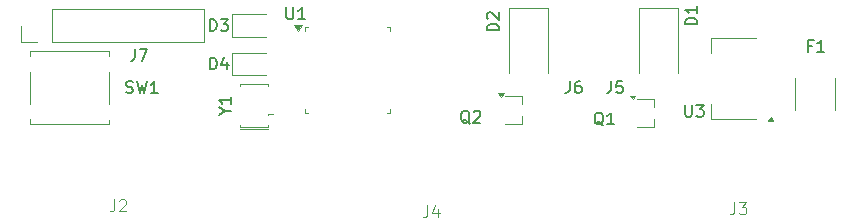
<source format=gbr>
%TF.GenerationSoftware,KiCad,Pcbnew,9.0.3*%
%TF.CreationDate,2025-12-06T16:05:57+01:00*%
%TF.ProjectId,arduinoController,61726475-696e-46f4-936f-6e74726f6c6c,rev?*%
%TF.SameCoordinates,Original*%
%TF.FileFunction,Legend,Top*%
%TF.FilePolarity,Positive*%
%FSLAX46Y46*%
G04 Gerber Fmt 4.6, Leading zero omitted, Abs format (unit mm)*
G04 Created by KiCad (PCBNEW 9.0.3) date 2025-12-06 16:05:57*
%MOMM*%
%LPD*%
G01*
G04 APERTURE LIST*
%ADD10C,0.100000*%
%ADD11C,0.150000*%
%ADD12C,0.120000*%
G04 APERTURE END LIST*
D10*
X174916666Y-96957419D02*
X174916666Y-97671704D01*
X174916666Y-97671704D02*
X174869047Y-97814561D01*
X174869047Y-97814561D02*
X174773809Y-97909800D01*
X174773809Y-97909800D02*
X174630952Y-97957419D01*
X174630952Y-97957419D02*
X174535714Y-97957419D01*
X175821428Y-97290752D02*
X175821428Y-97957419D01*
X175583333Y-96909800D02*
X175345238Y-97624085D01*
X175345238Y-97624085D02*
X175964285Y-97624085D01*
D11*
X190466666Y-86454819D02*
X190466666Y-87169104D01*
X190466666Y-87169104D02*
X190419047Y-87311961D01*
X190419047Y-87311961D02*
X190323809Y-87407200D01*
X190323809Y-87407200D02*
X190180952Y-87454819D01*
X190180952Y-87454819D02*
X190085714Y-87454819D01*
X191419047Y-86454819D02*
X190942857Y-86454819D01*
X190942857Y-86454819D02*
X190895238Y-86931009D01*
X190895238Y-86931009D02*
X190942857Y-86883390D01*
X190942857Y-86883390D02*
X191038095Y-86835771D01*
X191038095Y-86835771D02*
X191276190Y-86835771D01*
X191276190Y-86835771D02*
X191371428Y-86883390D01*
X191371428Y-86883390D02*
X191419047Y-86931009D01*
X191419047Y-86931009D02*
X191466666Y-87026247D01*
X191466666Y-87026247D02*
X191466666Y-87264342D01*
X191466666Y-87264342D02*
X191419047Y-87359580D01*
X191419047Y-87359580D02*
X191371428Y-87407200D01*
X191371428Y-87407200D02*
X191276190Y-87454819D01*
X191276190Y-87454819D02*
X191038095Y-87454819D01*
X191038095Y-87454819D02*
X190942857Y-87407200D01*
X190942857Y-87407200D02*
X190895238Y-87359580D01*
X180954819Y-82138094D02*
X179954819Y-82138094D01*
X179954819Y-82138094D02*
X179954819Y-81899999D01*
X179954819Y-81899999D02*
X180002438Y-81757142D01*
X180002438Y-81757142D02*
X180097676Y-81661904D01*
X180097676Y-81661904D02*
X180192914Y-81614285D01*
X180192914Y-81614285D02*
X180383390Y-81566666D01*
X180383390Y-81566666D02*
X180526247Y-81566666D01*
X180526247Y-81566666D02*
X180716723Y-81614285D01*
X180716723Y-81614285D02*
X180811961Y-81661904D01*
X180811961Y-81661904D02*
X180907200Y-81757142D01*
X180907200Y-81757142D02*
X180954819Y-81899999D01*
X180954819Y-81899999D02*
X180954819Y-82138094D01*
X180050057Y-81185713D02*
X180002438Y-81138094D01*
X180002438Y-81138094D02*
X179954819Y-81042856D01*
X179954819Y-81042856D02*
X179954819Y-80804761D01*
X179954819Y-80804761D02*
X180002438Y-80709523D01*
X180002438Y-80709523D02*
X180050057Y-80661904D01*
X180050057Y-80661904D02*
X180145295Y-80614285D01*
X180145295Y-80614285D02*
X180240533Y-80614285D01*
X180240533Y-80614285D02*
X180383390Y-80661904D01*
X180383390Y-80661904D02*
X180954819Y-81233332D01*
X180954819Y-81233332D02*
X180954819Y-80614285D01*
X189814761Y-90200057D02*
X189719523Y-90152438D01*
X189719523Y-90152438D02*
X189624285Y-90057200D01*
X189624285Y-90057200D02*
X189481428Y-89914342D01*
X189481428Y-89914342D02*
X189386190Y-89866723D01*
X189386190Y-89866723D02*
X189290952Y-89866723D01*
X189338571Y-90104819D02*
X189243333Y-90057200D01*
X189243333Y-90057200D02*
X189148095Y-89961961D01*
X189148095Y-89961961D02*
X189100476Y-89771485D01*
X189100476Y-89771485D02*
X189100476Y-89438152D01*
X189100476Y-89438152D02*
X189148095Y-89247676D01*
X189148095Y-89247676D02*
X189243333Y-89152438D01*
X189243333Y-89152438D02*
X189338571Y-89104819D01*
X189338571Y-89104819D02*
X189529047Y-89104819D01*
X189529047Y-89104819D02*
X189624285Y-89152438D01*
X189624285Y-89152438D02*
X189719523Y-89247676D01*
X189719523Y-89247676D02*
X189767142Y-89438152D01*
X189767142Y-89438152D02*
X189767142Y-89771485D01*
X189767142Y-89771485D02*
X189719523Y-89961961D01*
X189719523Y-89961961D02*
X189624285Y-90057200D01*
X189624285Y-90057200D02*
X189529047Y-90104819D01*
X189529047Y-90104819D02*
X189338571Y-90104819D01*
X190719523Y-90104819D02*
X190148095Y-90104819D01*
X190433809Y-90104819D02*
X190433809Y-89104819D01*
X190433809Y-89104819D02*
X190338571Y-89247676D01*
X190338571Y-89247676D02*
X190243333Y-89342914D01*
X190243333Y-89342914D02*
X190148095Y-89390533D01*
X186966666Y-86454819D02*
X186966666Y-87169104D01*
X186966666Y-87169104D02*
X186919047Y-87311961D01*
X186919047Y-87311961D02*
X186823809Y-87407200D01*
X186823809Y-87407200D02*
X186680952Y-87454819D01*
X186680952Y-87454819D02*
X186585714Y-87454819D01*
X187871428Y-86454819D02*
X187680952Y-86454819D01*
X187680952Y-86454819D02*
X187585714Y-86502438D01*
X187585714Y-86502438D02*
X187538095Y-86550057D01*
X187538095Y-86550057D02*
X187442857Y-86692914D01*
X187442857Y-86692914D02*
X187395238Y-86883390D01*
X187395238Y-86883390D02*
X187395238Y-87264342D01*
X187395238Y-87264342D02*
X187442857Y-87359580D01*
X187442857Y-87359580D02*
X187490476Y-87407200D01*
X187490476Y-87407200D02*
X187585714Y-87454819D01*
X187585714Y-87454819D02*
X187776190Y-87454819D01*
X187776190Y-87454819D02*
X187871428Y-87407200D01*
X187871428Y-87407200D02*
X187919047Y-87359580D01*
X187919047Y-87359580D02*
X187966666Y-87264342D01*
X187966666Y-87264342D02*
X187966666Y-87026247D01*
X187966666Y-87026247D02*
X187919047Y-86931009D01*
X187919047Y-86931009D02*
X187871428Y-86883390D01*
X187871428Y-86883390D02*
X187776190Y-86835771D01*
X187776190Y-86835771D02*
X187585714Y-86835771D01*
X187585714Y-86835771D02*
X187490476Y-86883390D01*
X187490476Y-86883390D02*
X187442857Y-86931009D01*
X187442857Y-86931009D02*
X187395238Y-87026247D01*
X197754819Y-81638094D02*
X196754819Y-81638094D01*
X196754819Y-81638094D02*
X196754819Y-81399999D01*
X196754819Y-81399999D02*
X196802438Y-81257142D01*
X196802438Y-81257142D02*
X196897676Y-81161904D01*
X196897676Y-81161904D02*
X196992914Y-81114285D01*
X196992914Y-81114285D02*
X197183390Y-81066666D01*
X197183390Y-81066666D02*
X197326247Y-81066666D01*
X197326247Y-81066666D02*
X197516723Y-81114285D01*
X197516723Y-81114285D02*
X197611961Y-81161904D01*
X197611961Y-81161904D02*
X197707200Y-81257142D01*
X197707200Y-81257142D02*
X197754819Y-81399999D01*
X197754819Y-81399999D02*
X197754819Y-81638094D01*
X197754819Y-80114285D02*
X197754819Y-80685713D01*
X197754819Y-80399999D02*
X196754819Y-80399999D01*
X196754819Y-80399999D02*
X196897676Y-80495237D01*
X196897676Y-80495237D02*
X196992914Y-80590475D01*
X196992914Y-80590475D02*
X197040533Y-80685713D01*
X156511905Y-85454819D02*
X156511905Y-84454819D01*
X156511905Y-84454819D02*
X156750000Y-84454819D01*
X156750000Y-84454819D02*
X156892857Y-84502438D01*
X156892857Y-84502438D02*
X156988095Y-84597676D01*
X156988095Y-84597676D02*
X157035714Y-84692914D01*
X157035714Y-84692914D02*
X157083333Y-84883390D01*
X157083333Y-84883390D02*
X157083333Y-85026247D01*
X157083333Y-85026247D02*
X157035714Y-85216723D01*
X157035714Y-85216723D02*
X156988095Y-85311961D01*
X156988095Y-85311961D02*
X156892857Y-85407200D01*
X156892857Y-85407200D02*
X156750000Y-85454819D01*
X156750000Y-85454819D02*
X156511905Y-85454819D01*
X157940476Y-84788152D02*
X157940476Y-85454819D01*
X157702381Y-84407200D02*
X157464286Y-85121485D01*
X157464286Y-85121485D02*
X158083333Y-85121485D01*
D10*
X148416666Y-96457419D02*
X148416666Y-97171704D01*
X148416666Y-97171704D02*
X148369047Y-97314561D01*
X148369047Y-97314561D02*
X148273809Y-97409800D01*
X148273809Y-97409800D02*
X148130952Y-97457419D01*
X148130952Y-97457419D02*
X148035714Y-97457419D01*
X148845238Y-96552657D02*
X148892857Y-96505038D01*
X148892857Y-96505038D02*
X148988095Y-96457419D01*
X148988095Y-96457419D02*
X149226190Y-96457419D01*
X149226190Y-96457419D02*
X149321428Y-96505038D01*
X149321428Y-96505038D02*
X149369047Y-96552657D01*
X149369047Y-96552657D02*
X149416666Y-96647895D01*
X149416666Y-96647895D02*
X149416666Y-96743133D01*
X149416666Y-96743133D02*
X149369047Y-96885990D01*
X149369047Y-96885990D02*
X148797619Y-97457419D01*
X148797619Y-97457419D02*
X149416666Y-97457419D01*
D11*
X178494761Y-90050057D02*
X178399523Y-90002438D01*
X178399523Y-90002438D02*
X178304285Y-89907200D01*
X178304285Y-89907200D02*
X178161428Y-89764342D01*
X178161428Y-89764342D02*
X178066190Y-89716723D01*
X178066190Y-89716723D02*
X177970952Y-89716723D01*
X178018571Y-89954819D02*
X177923333Y-89907200D01*
X177923333Y-89907200D02*
X177828095Y-89811961D01*
X177828095Y-89811961D02*
X177780476Y-89621485D01*
X177780476Y-89621485D02*
X177780476Y-89288152D01*
X177780476Y-89288152D02*
X177828095Y-89097676D01*
X177828095Y-89097676D02*
X177923333Y-89002438D01*
X177923333Y-89002438D02*
X178018571Y-88954819D01*
X178018571Y-88954819D02*
X178209047Y-88954819D01*
X178209047Y-88954819D02*
X178304285Y-89002438D01*
X178304285Y-89002438D02*
X178399523Y-89097676D01*
X178399523Y-89097676D02*
X178447142Y-89288152D01*
X178447142Y-89288152D02*
X178447142Y-89621485D01*
X178447142Y-89621485D02*
X178399523Y-89811961D01*
X178399523Y-89811961D02*
X178304285Y-89907200D01*
X178304285Y-89907200D02*
X178209047Y-89954819D01*
X178209047Y-89954819D02*
X178018571Y-89954819D01*
X178828095Y-89050057D02*
X178875714Y-89002438D01*
X178875714Y-89002438D02*
X178970952Y-88954819D01*
X178970952Y-88954819D02*
X179209047Y-88954819D01*
X179209047Y-88954819D02*
X179304285Y-89002438D01*
X179304285Y-89002438D02*
X179351904Y-89050057D01*
X179351904Y-89050057D02*
X179399523Y-89145295D01*
X179399523Y-89145295D02*
X179399523Y-89240533D01*
X179399523Y-89240533D02*
X179351904Y-89383390D01*
X179351904Y-89383390D02*
X178780476Y-89954819D01*
X178780476Y-89954819D02*
X179399523Y-89954819D01*
X149416667Y-87407200D02*
X149559524Y-87454819D01*
X149559524Y-87454819D02*
X149797619Y-87454819D01*
X149797619Y-87454819D02*
X149892857Y-87407200D01*
X149892857Y-87407200D02*
X149940476Y-87359580D01*
X149940476Y-87359580D02*
X149988095Y-87264342D01*
X149988095Y-87264342D02*
X149988095Y-87169104D01*
X149988095Y-87169104D02*
X149940476Y-87073866D01*
X149940476Y-87073866D02*
X149892857Y-87026247D01*
X149892857Y-87026247D02*
X149797619Y-86978628D01*
X149797619Y-86978628D02*
X149607143Y-86931009D01*
X149607143Y-86931009D02*
X149511905Y-86883390D01*
X149511905Y-86883390D02*
X149464286Y-86835771D01*
X149464286Y-86835771D02*
X149416667Y-86740533D01*
X149416667Y-86740533D02*
X149416667Y-86645295D01*
X149416667Y-86645295D02*
X149464286Y-86550057D01*
X149464286Y-86550057D02*
X149511905Y-86502438D01*
X149511905Y-86502438D02*
X149607143Y-86454819D01*
X149607143Y-86454819D02*
X149845238Y-86454819D01*
X149845238Y-86454819D02*
X149988095Y-86502438D01*
X150321429Y-86454819D02*
X150559524Y-87454819D01*
X150559524Y-87454819D02*
X150750000Y-86740533D01*
X150750000Y-86740533D02*
X150940476Y-87454819D01*
X150940476Y-87454819D02*
X151178572Y-86454819D01*
X152083333Y-87454819D02*
X151511905Y-87454819D01*
X151797619Y-87454819D02*
X151797619Y-86454819D01*
X151797619Y-86454819D02*
X151702381Y-86597676D01*
X151702381Y-86597676D02*
X151607143Y-86692914D01*
X151607143Y-86692914D02*
X151511905Y-86740533D01*
X157778628Y-88976190D02*
X158254819Y-88976190D01*
X157254819Y-89309523D02*
X157778628Y-88976190D01*
X157778628Y-88976190D02*
X157254819Y-88642857D01*
X158254819Y-87785714D02*
X158254819Y-88357142D01*
X158254819Y-88071428D02*
X157254819Y-88071428D01*
X157254819Y-88071428D02*
X157397676Y-88166666D01*
X157397676Y-88166666D02*
X157492914Y-88261904D01*
X157492914Y-88261904D02*
X157540533Y-88357142D01*
X207466666Y-83431009D02*
X207133333Y-83431009D01*
X207133333Y-83954819D02*
X207133333Y-82954819D01*
X207133333Y-82954819D02*
X207609523Y-82954819D01*
X208514285Y-83954819D02*
X207942857Y-83954819D01*
X208228571Y-83954819D02*
X208228571Y-82954819D01*
X208228571Y-82954819D02*
X208133333Y-83097676D01*
X208133333Y-83097676D02*
X208038095Y-83192914D01*
X208038095Y-83192914D02*
X207942857Y-83240533D01*
X162988095Y-80204819D02*
X162988095Y-81014342D01*
X162988095Y-81014342D02*
X163035714Y-81109580D01*
X163035714Y-81109580D02*
X163083333Y-81157200D01*
X163083333Y-81157200D02*
X163178571Y-81204819D01*
X163178571Y-81204819D02*
X163369047Y-81204819D01*
X163369047Y-81204819D02*
X163464285Y-81157200D01*
X163464285Y-81157200D02*
X163511904Y-81109580D01*
X163511904Y-81109580D02*
X163559523Y-81014342D01*
X163559523Y-81014342D02*
X163559523Y-80204819D01*
X164559523Y-81204819D02*
X163988095Y-81204819D01*
X164273809Y-81204819D02*
X164273809Y-80204819D01*
X164273809Y-80204819D02*
X164178571Y-80347676D01*
X164178571Y-80347676D02*
X164083333Y-80442914D01*
X164083333Y-80442914D02*
X163988095Y-80490533D01*
X150166666Y-83704819D02*
X150166666Y-84419104D01*
X150166666Y-84419104D02*
X150119047Y-84561961D01*
X150119047Y-84561961D02*
X150023809Y-84657200D01*
X150023809Y-84657200D02*
X149880952Y-84704819D01*
X149880952Y-84704819D02*
X149785714Y-84704819D01*
X150547619Y-83704819D02*
X151214285Y-83704819D01*
X151214285Y-83704819D02*
X150785714Y-84704819D01*
X156511905Y-82204819D02*
X156511905Y-81204819D01*
X156511905Y-81204819D02*
X156750000Y-81204819D01*
X156750000Y-81204819D02*
X156892857Y-81252438D01*
X156892857Y-81252438D02*
X156988095Y-81347676D01*
X156988095Y-81347676D02*
X157035714Y-81442914D01*
X157035714Y-81442914D02*
X157083333Y-81633390D01*
X157083333Y-81633390D02*
X157083333Y-81776247D01*
X157083333Y-81776247D02*
X157035714Y-81966723D01*
X157035714Y-81966723D02*
X156988095Y-82061961D01*
X156988095Y-82061961D02*
X156892857Y-82157200D01*
X156892857Y-82157200D02*
X156750000Y-82204819D01*
X156750000Y-82204819D02*
X156511905Y-82204819D01*
X157416667Y-81204819D02*
X158035714Y-81204819D01*
X158035714Y-81204819D02*
X157702381Y-81585771D01*
X157702381Y-81585771D02*
X157845238Y-81585771D01*
X157845238Y-81585771D02*
X157940476Y-81633390D01*
X157940476Y-81633390D02*
X157988095Y-81681009D01*
X157988095Y-81681009D02*
X158035714Y-81776247D01*
X158035714Y-81776247D02*
X158035714Y-82014342D01*
X158035714Y-82014342D02*
X157988095Y-82109580D01*
X157988095Y-82109580D02*
X157940476Y-82157200D01*
X157940476Y-82157200D02*
X157845238Y-82204819D01*
X157845238Y-82204819D02*
X157559524Y-82204819D01*
X157559524Y-82204819D02*
X157464286Y-82157200D01*
X157464286Y-82157200D02*
X157416667Y-82109580D01*
X196738095Y-88454819D02*
X196738095Y-89264342D01*
X196738095Y-89264342D02*
X196785714Y-89359580D01*
X196785714Y-89359580D02*
X196833333Y-89407200D01*
X196833333Y-89407200D02*
X196928571Y-89454819D01*
X196928571Y-89454819D02*
X197119047Y-89454819D01*
X197119047Y-89454819D02*
X197214285Y-89407200D01*
X197214285Y-89407200D02*
X197261904Y-89359580D01*
X197261904Y-89359580D02*
X197309523Y-89264342D01*
X197309523Y-89264342D02*
X197309523Y-88454819D01*
X197690476Y-88454819D02*
X198309523Y-88454819D01*
X198309523Y-88454819D02*
X197976190Y-88835771D01*
X197976190Y-88835771D02*
X198119047Y-88835771D01*
X198119047Y-88835771D02*
X198214285Y-88883390D01*
X198214285Y-88883390D02*
X198261904Y-88931009D01*
X198261904Y-88931009D02*
X198309523Y-89026247D01*
X198309523Y-89026247D02*
X198309523Y-89264342D01*
X198309523Y-89264342D02*
X198261904Y-89359580D01*
X198261904Y-89359580D02*
X198214285Y-89407200D01*
X198214285Y-89407200D02*
X198119047Y-89454819D01*
X198119047Y-89454819D02*
X197833333Y-89454819D01*
X197833333Y-89454819D02*
X197738095Y-89407200D01*
X197738095Y-89407200D02*
X197690476Y-89359580D01*
D10*
X200916666Y-96707419D02*
X200916666Y-97421704D01*
X200916666Y-97421704D02*
X200869047Y-97564561D01*
X200869047Y-97564561D02*
X200773809Y-97659800D01*
X200773809Y-97659800D02*
X200630952Y-97707419D01*
X200630952Y-97707419D02*
X200535714Y-97707419D01*
X201297619Y-96707419D02*
X201916666Y-96707419D01*
X201916666Y-96707419D02*
X201583333Y-97088371D01*
X201583333Y-97088371D02*
X201726190Y-97088371D01*
X201726190Y-97088371D02*
X201821428Y-97135990D01*
X201821428Y-97135990D02*
X201869047Y-97183609D01*
X201869047Y-97183609D02*
X201916666Y-97278847D01*
X201916666Y-97278847D02*
X201916666Y-97516942D01*
X201916666Y-97516942D02*
X201869047Y-97612180D01*
X201869047Y-97612180D02*
X201821428Y-97659800D01*
X201821428Y-97659800D02*
X201726190Y-97707419D01*
X201726190Y-97707419D02*
X201440476Y-97707419D01*
X201440476Y-97707419D02*
X201345238Y-97659800D01*
X201345238Y-97659800D02*
X201297619Y-97612180D01*
D12*
%TO.C,D2*%
X185150000Y-80240000D02*
X181850000Y-80240000D01*
X185150000Y-80240000D02*
X185150000Y-85750000D01*
X181850000Y-80240000D02*
X181850000Y-85750000D01*
%TO.C,Q1*%
X192285000Y-88000000D02*
X192045000Y-87670000D01*
X192525000Y-87670000D01*
X192285000Y-88000000D01*
G36*
X192285000Y-88000000D02*
G01*
X192045000Y-87670000D01*
X192525000Y-87670000D01*
X192285000Y-88000000D01*
G37*
X194065000Y-89650000D02*
X194065000Y-90310000D01*
X194065000Y-87980000D02*
X194065000Y-88650000D01*
X192655000Y-90310000D02*
X194065000Y-90310000D01*
X192655000Y-87980000D02*
X194065000Y-87980000D01*
%TO.C,D1*%
X192850000Y-80240000D02*
X192850000Y-85750000D01*
X196150000Y-80240000D02*
X196150000Y-85750000D01*
X196150000Y-80240000D02*
X192850000Y-80240000D01*
%TO.C,D4*%
X158365000Y-84040000D02*
X158365000Y-85960000D01*
X158365000Y-85960000D02*
X161225000Y-85960000D01*
X161225000Y-84040000D02*
X158365000Y-84040000D01*
%TO.C,Q2*%
X182905000Y-89400000D02*
X182905000Y-90060000D01*
X182905000Y-87730000D02*
X182905000Y-88400000D01*
X181495000Y-90060000D02*
X182905000Y-90060000D01*
X181495000Y-87730000D02*
X182905000Y-87730000D01*
X181125000Y-87750000D02*
X180885000Y-87420000D01*
X181365000Y-87420000D01*
X181125000Y-87750000D01*
G36*
X181125000Y-87750000D02*
G01*
X180885000Y-87420000D01*
X181365000Y-87420000D01*
X181125000Y-87750000D01*
G37*
%TO.C,SW1*%
X141280000Y-83900000D02*
X147980000Y-83900000D01*
X141280000Y-84350000D02*
X141280000Y-83900000D01*
X141280000Y-88350000D02*
X141280000Y-85650000D01*
X141280000Y-89650000D02*
X141280000Y-90100000D01*
X141280000Y-90100000D02*
X147980000Y-90100000D01*
X147980000Y-83900000D02*
X147980000Y-84350000D01*
X147980000Y-85650000D02*
X147980000Y-88350000D01*
X147980000Y-90100000D02*
X147980000Y-89700000D01*
%TO.C,Y1*%
X159050000Y-86700000D02*
X159050000Y-86850000D01*
X159050000Y-86700000D02*
X161050000Y-86700000D01*
X159050000Y-90300000D02*
X159050000Y-90150000D01*
X159050000Y-90500000D02*
X161050000Y-90500000D01*
X161050000Y-86700000D02*
X161450000Y-86700000D01*
X161050000Y-90300000D02*
X159050000Y-90300000D01*
X161050000Y-90300000D02*
X161450000Y-90300000D01*
X161050000Y-90500000D02*
X161450000Y-90500000D01*
X161450000Y-86700000D02*
X161450000Y-86850000D01*
X161450000Y-89250000D02*
X161450000Y-89300000D01*
X161450000Y-89250000D02*
X161850000Y-89250000D01*
X161450000Y-90300000D02*
X161450000Y-90150000D01*
%TO.C,F1*%
X206040000Y-88911252D02*
X206040000Y-86138748D01*
X209460000Y-88911252D02*
X209460000Y-86138748D01*
%TO.C,U1*%
X164552500Y-81890000D02*
X164552500Y-82165000D01*
X164552500Y-89110000D02*
X164552500Y-88835000D01*
X164827500Y-81890000D02*
X164552500Y-81890000D01*
X164827500Y-89110000D02*
X164552500Y-89110000D01*
X171497500Y-81890000D02*
X171772500Y-81890000D01*
X171497500Y-89110000D02*
X171772500Y-89110000D01*
X171772500Y-81890000D02*
X171772500Y-82165000D01*
X171772500Y-89110000D02*
X171772500Y-88835000D01*
X163962500Y-82165000D02*
X163622500Y-81695000D01*
X164302500Y-81695000D01*
X163962500Y-82165000D01*
G36*
X163962500Y-82165000D02*
G01*
X163622500Y-81695000D01*
X164302500Y-81695000D01*
X163962500Y-82165000D01*
G37*
%TO.C,J7*%
X140520000Y-83130000D02*
X140520000Y-81750000D01*
X141900000Y-83130000D02*
X140520000Y-83130000D01*
X143170000Y-80370000D02*
X155980000Y-80370000D01*
X143170000Y-83130000D02*
X143170000Y-80370000D01*
X143170000Y-83130000D02*
X155980000Y-83130000D01*
X155980000Y-83130000D02*
X155980000Y-80370000D01*
%TO.C,D3*%
X158365000Y-80790000D02*
X158365000Y-82710000D01*
X158365000Y-82710000D02*
X161225000Y-82710000D01*
X161225000Y-80790000D02*
X158365000Y-80790000D01*
%TO.C,U3*%
X198940000Y-82790000D02*
X198940000Y-84050000D01*
X198940000Y-89610000D02*
X198940000Y-88350000D01*
X202700000Y-82790000D02*
X198940000Y-82790000D01*
X202700000Y-89610000D02*
X198940000Y-89610000D01*
X204220000Y-89840000D02*
X203740000Y-89840000D01*
X203980000Y-89510000D01*
X204220000Y-89840000D01*
G36*
X204220000Y-89840000D02*
G01*
X203740000Y-89840000D01*
X203980000Y-89510000D01*
X204220000Y-89840000D01*
G37*
%TD*%
M02*

</source>
